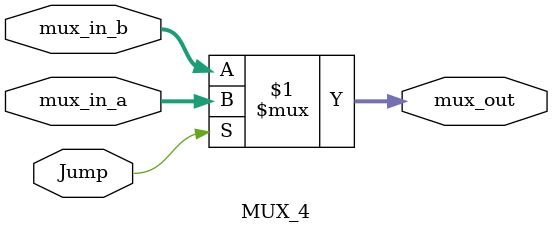
<source format=v>
`timescale 1ns / 1ps


module MUX_4(Jump, mux_in_a, mux_in_b, mux_out);
    input Jump;
    input [31:0] mux_in_a, mux_in_b;
    output [31:0] mux_out;
    
    assign mux_out = (Jump)? mux_in_a : mux_in_b;
    
endmodule

</source>
